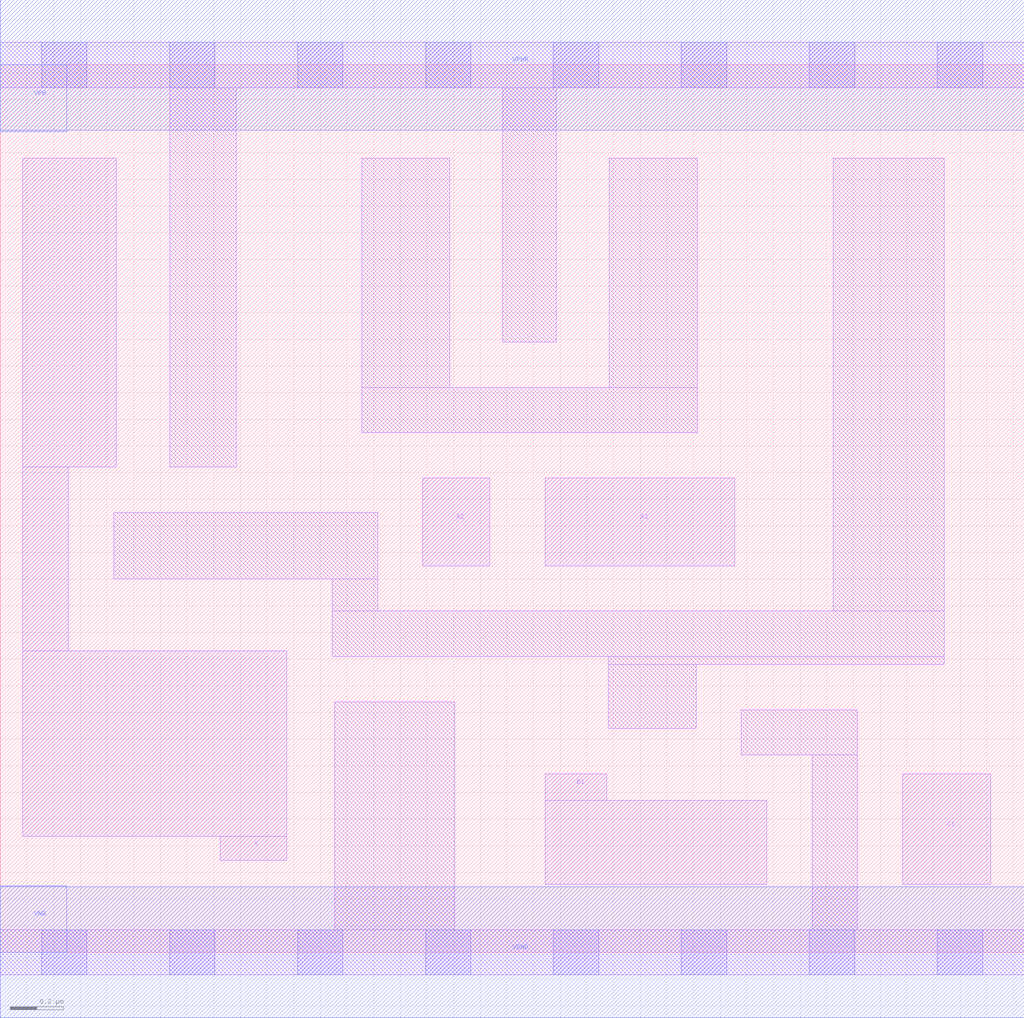
<source format=lef>
# Copyright 2020 The SkyWater PDK Authors
#
# Licensed under the Apache License, Version 2.0 (the "License");
# you may not use this file except in compliance with the License.
# You may obtain a copy of the License at
#
#     https://www.apache.org/licenses/LICENSE-2.0
#
# Unless required by applicable law or agreed to in writing, software
# distributed under the License is distributed on an "AS IS" BASIS,
# WITHOUT WARRANTIES OR CONDITIONS OF ANY KIND, either express or implied.
# See the License for the specific language governing permissions and
# limitations under the License.
#
# SPDX-License-Identifier: Apache-2.0

VERSION 5.5 ;
NAMESCASESENSITIVE ON ;
BUSBITCHARS "[]" ;
DIVIDERCHAR "/" ;
MACRO sky130_fd_sc_ms__a211o_1
  CLASS CORE ;
  SOURCE USER ;
  ORIGIN  0.000000  0.000000 ;
  SIZE  3.840000 BY  3.330000 ;
  SYMMETRY X Y ;
  SITE unit ;
  PIN A1
    ANTENNAGATEAREA  0.246000 ;
    DIRECTION INPUT ;
    USE SIGNAL ;
    PORT
      LAYER li1 ;
        RECT 2.045000 1.450000 2.755000 1.780000 ;
    END
  END A1
  PIN A2
    ANTENNAGATEAREA  0.246000 ;
    DIRECTION INPUT ;
    USE SIGNAL ;
    PORT
      LAYER li1 ;
        RECT 1.585000 1.450000 1.835000 1.780000 ;
    END
  END A2
  PIN B1
    ANTENNAGATEAREA  0.246000 ;
    DIRECTION INPUT ;
    USE SIGNAL ;
    PORT
      LAYER li1 ;
        RECT 2.045000 0.255000 2.875000 0.570000 ;
        RECT 2.045000 0.570000 2.275000 0.670000 ;
    END
  END B1
  PIN C1
    ANTENNAGATEAREA  0.246000 ;
    DIRECTION INPUT ;
    USE SIGNAL ;
    PORT
      LAYER li1 ;
        RECT 3.385000 0.255000 3.715000 0.670000 ;
    END
  END C1
  PIN X
    ANTENNADIFFAREA  0.504100 ;
    DIRECTION OUTPUT ;
    USE SIGNAL ;
    PORT
      LAYER li1 ;
        RECT 0.085000 0.435000 1.075000 1.130000 ;
        RECT 0.085000 1.130000 0.255000 1.820000 ;
        RECT 0.085000 1.820000 0.435000 2.980000 ;
        RECT 0.825000 0.345000 1.075000 0.435000 ;
    END
  END X
  PIN VGND
    DIRECTION INOUT ;
    USE GROUND ;
    PORT
      LAYER met1 ;
        RECT 0.000000 -0.245000 3.840000 0.245000 ;
    END
  END VGND
  PIN VNB
    DIRECTION INOUT ;
    USE GROUND ;
    PORT
    END
  END VNB
  PIN VPB
    DIRECTION INOUT ;
    USE POWER ;
    PORT
    END
  END VPB
  PIN VNB
    DIRECTION INOUT ;
    USE GROUND ;
    PORT
      LAYER met1 ;
        RECT 0.000000 0.000000 0.250000 0.250000 ;
    END
  END VNB
  PIN VPB
    DIRECTION INOUT ;
    USE POWER ;
    PORT
      LAYER met1 ;
        RECT 0.000000 3.080000 0.250000 3.330000 ;
    END
  END VPB
  PIN VPWR
    DIRECTION INOUT ;
    USE POWER ;
    PORT
      LAYER met1 ;
        RECT 0.000000 3.085000 3.840000 3.575000 ;
    END
  END VPWR
  OBS
    LAYER li1 ;
      RECT 0.000000 -0.085000 3.840000 0.085000 ;
      RECT 0.000000  3.245000 3.840000 3.415000 ;
      RECT 0.425000  1.400000 1.415000 1.650000 ;
      RECT 0.635000  1.820000 0.885000 3.245000 ;
      RECT 1.245000  1.110000 3.540000 1.280000 ;
      RECT 1.245000  1.280000 1.415000 1.400000 ;
      RECT 1.255000  0.085000 1.705000 0.940000 ;
      RECT 1.355000  1.950000 2.615000 2.120000 ;
      RECT 1.355000  2.120000 1.685000 2.980000 ;
      RECT 1.885000  2.290000 2.085000 3.245000 ;
      RECT 2.280000  0.840000 2.610000 1.080000 ;
      RECT 2.280000  1.080000 3.540000 1.110000 ;
      RECT 2.285000  2.120000 2.615000 2.980000 ;
      RECT 2.780000  0.740000 3.215000 0.910000 ;
      RECT 3.045000  0.085000 3.215000 0.740000 ;
      RECT 3.125000  1.280000 3.540000 2.980000 ;
    LAYER mcon ;
      RECT 0.155000 -0.085000 0.325000 0.085000 ;
      RECT 0.155000  3.245000 0.325000 3.415000 ;
      RECT 0.635000 -0.085000 0.805000 0.085000 ;
      RECT 0.635000  3.245000 0.805000 3.415000 ;
      RECT 1.115000 -0.085000 1.285000 0.085000 ;
      RECT 1.115000  3.245000 1.285000 3.415000 ;
      RECT 1.595000 -0.085000 1.765000 0.085000 ;
      RECT 1.595000  3.245000 1.765000 3.415000 ;
      RECT 2.075000 -0.085000 2.245000 0.085000 ;
      RECT 2.075000  3.245000 2.245000 3.415000 ;
      RECT 2.555000 -0.085000 2.725000 0.085000 ;
      RECT 2.555000  3.245000 2.725000 3.415000 ;
      RECT 3.035000 -0.085000 3.205000 0.085000 ;
      RECT 3.035000  3.245000 3.205000 3.415000 ;
      RECT 3.515000 -0.085000 3.685000 0.085000 ;
      RECT 3.515000  3.245000 3.685000 3.415000 ;
  END
END sky130_fd_sc_ms__a211o_1
END LIBRARY

</source>
